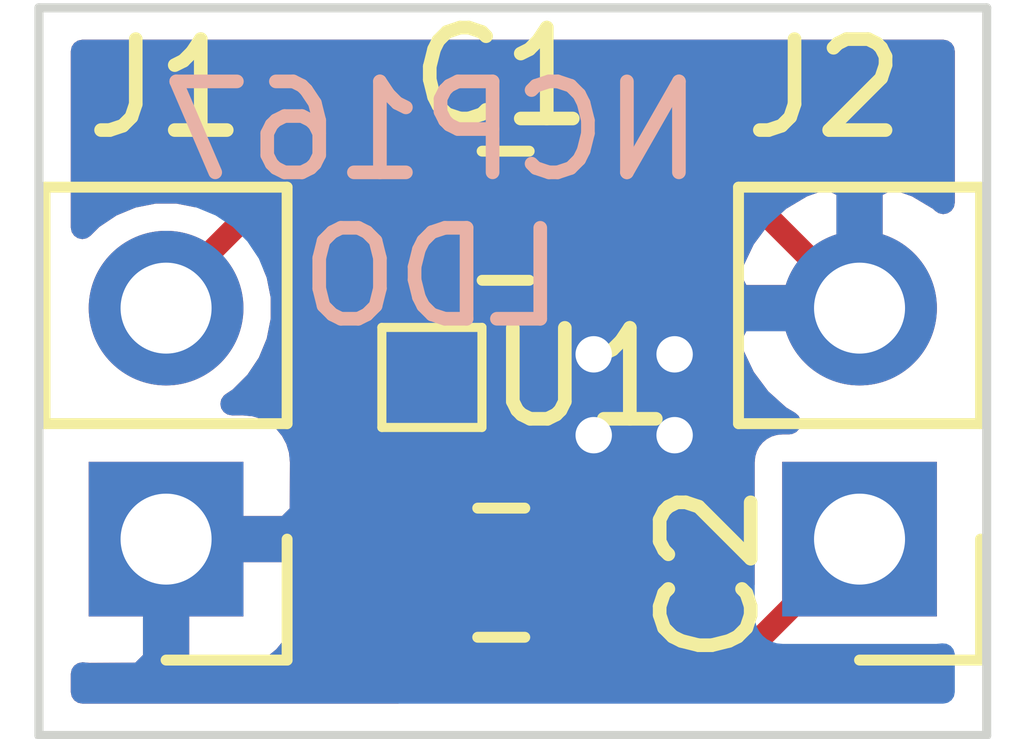
<source format=kicad_pcb>
(kicad_pcb (version 20171130) (host pcbnew 5.1.6+dfsg1-1)

  (general
    (thickness 1.6)
    (drawings 5)
    (tracks 24)
    (zones 0)
    (modules 5)
    (nets 4)
  )

  (page A4)
  (layers
    (0 F.Cu signal)
    (31 B.Cu signal)
    (32 B.Adhes user)
    (33 F.Adhes user)
    (34 B.Paste user)
    (35 F.Paste user)
    (36 B.SilkS user)
    (37 F.SilkS user)
    (38 B.Mask user)
    (39 F.Mask user)
    (40 Dwgs.User user)
    (41 Cmts.User user)
    (42 Eco1.User user)
    (43 Eco2.User user)
    (44 Edge.Cuts user)
    (45 Margin user)
    (46 B.CrtYd user)
    (47 F.CrtYd user)
    (48 B.Fab user)
    (49 F.Fab user hide)
  )

  (setup
    (last_trace_width 0.25)
    (trace_clearance 0.2)
    (zone_clearance 0.3)
    (zone_45_only no)
    (trace_min 0.2)
    (via_size 0.8)
    (via_drill 0.4)
    (via_min_size 0.4)
    (via_min_drill 0.3)
    (uvia_size 0.3)
    (uvia_drill 0.1)
    (uvias_allowed no)
    (uvia_min_size 0.2)
    (uvia_min_drill 0.1)
    (edge_width 0.05)
    (segment_width 0.2)
    (pcb_text_width 0.3)
    (pcb_text_size 1.5 1.5)
    (mod_edge_width 0.12)
    (mod_text_size 1 1)
    (mod_text_width 0.15)
    (pad_size 0.49 0.49)
    (pad_drill 0)
    (pad_to_mask_clearance 0.05)
    (aux_axis_origin 0 0)
    (visible_elements FFFFFF7F)
    (pcbplotparams
      (layerselection 0x010fc_ffffffff)
      (usegerberextensions false)
      (usegerberattributes true)
      (usegerberadvancedattributes true)
      (creategerberjobfile true)
      (excludeedgelayer true)
      (linewidth 0.100000)
      (plotframeref false)
      (viasonmask false)
      (mode 1)
      (useauxorigin false)
      (hpglpennumber 1)
      (hpglpenspeed 20)
      (hpglpendiameter 15.000000)
      (psnegative false)
      (psa4output false)
      (plotreference true)
      (plotvalue true)
      (plotinvisibletext false)
      (padsonsilk false)
      (subtractmaskfromsilk false)
      (outputformat 1)
      (mirror false)
      (drillshape 1)
      (scaleselection 1)
      (outputdirectory ""))
  )

  (net 0 "")
  (net 1 GND)
  (net 2 "Net-(C1-Pad1)")
  (net 3 "Net-(C2-Pad1)")

  (net_class Default "This is the default net class."
    (clearance 0.2)
    (trace_width 0.25)
    (via_dia 0.8)
    (via_drill 0.4)
    (uvia_dia 0.3)
    (uvia_drill 0.1)
    (add_net GND)
    (add_net "Net-(C1-Pad1)")
    (add_net "Net-(C2-Pad1)")
  )

  (module Capacitor_SMD:C_0805_2012Metric (layer F.Cu) (tedit 5B36C52B) (tstamp 5EE8100D)
    (at 133.5255 40.513)
    (descr "Capacitor SMD 0805 (2012 Metric), square (rectangular) end terminal, IPC_7351 nominal, (Body size source: https://docs.google.com/spreadsheets/d/1BsfQQcO9C6DZCsRaXUlFlo91Tg2WpOkGARC1WS5S8t0/edit?usp=sharing), generated with kicad-footprint-generator")
    (tags capacitor)
    (path /5F083F53)
    (attr smd)
    (fp_text reference C1 (at -0.0485 -1.524) (layer F.SilkS)
      (effects (font (size 1 1) (thickness 0.15)))
    )
    (fp_text value C (at 0 1.65) (layer F.Fab)
      (effects (font (size 1 1) (thickness 0.15)))
    )
    (fp_text user %R (at 0 0) (layer F.Fab)
      (effects (font (size 0.5 0.5) (thickness 0.08)))
    )
    (fp_line (start -1 0.6) (end -1 -0.6) (layer F.Fab) (width 0.1))
    (fp_line (start -1 -0.6) (end 1 -0.6) (layer F.Fab) (width 0.1))
    (fp_line (start 1 -0.6) (end 1 0.6) (layer F.Fab) (width 0.1))
    (fp_line (start 1 0.6) (end -1 0.6) (layer F.Fab) (width 0.1))
    (fp_line (start -0.258578 -0.71) (end 0.258578 -0.71) (layer F.SilkS) (width 0.12))
    (fp_line (start -0.258578 0.71) (end 0.258578 0.71) (layer F.SilkS) (width 0.12))
    (fp_line (start -1.68 0.95) (end -1.68 -0.95) (layer F.CrtYd) (width 0.05))
    (fp_line (start -1.68 -0.95) (end 1.68 -0.95) (layer F.CrtYd) (width 0.05))
    (fp_line (start 1.68 -0.95) (end 1.68 0.95) (layer F.CrtYd) (width 0.05))
    (fp_line (start 1.68 0.95) (end -1.68 0.95) (layer F.CrtYd) (width 0.05))
    (pad 2 smd roundrect (at 0.9375 0) (size 0.975 1.4) (layers F.Cu F.Paste F.Mask) (roundrect_rratio 0.25)
      (net 1 GND))
    (pad 1 smd roundrect (at -0.9375 0) (size 0.975 1.4) (layers F.Cu F.Paste F.Mask) (roundrect_rratio 0.25)
      (net 2 "Net-(C1-Pad1)"))
    (model ${KISYS3DMOD}/Capacitor_SMD.3dshapes/C_0805_2012Metric.wrl
      (at (xyz 0 0 0))
      (scale (xyz 1 1 1))
      (rotate (xyz 0 0 0))
    )
  )

  (module Capacitor_SMD:C_0805_2012Metric (layer F.Cu) (tedit 5B36C52B) (tstamp 5EE8101E)
    (at 133.477 44.438001)
    (descr "Capacitor SMD 0805 (2012 Metric), square (rectangular) end terminal, IPC_7351 nominal, (Body size source: https://docs.google.com/spreadsheets/d/1BsfQQcO9C6DZCsRaXUlFlo91Tg2WpOkGARC1WS5S8t0/edit?usp=sharing), generated with kicad-footprint-generator")
    (tags capacitor)
    (path /5F083B2F)
    (attr smd)
    (fp_text reference C2 (at 2.286 0.011999 90) (layer F.SilkS)
      (effects (font (size 1 1) (thickness 0.15)))
    )
    (fp_text value C (at 0 1.65) (layer F.Fab)
      (effects (font (size 1 1) (thickness 0.15)))
    )
    (fp_line (start 1.68 0.95) (end -1.68 0.95) (layer F.CrtYd) (width 0.05))
    (fp_line (start 1.68 -0.95) (end 1.68 0.95) (layer F.CrtYd) (width 0.05))
    (fp_line (start -1.68 -0.95) (end 1.68 -0.95) (layer F.CrtYd) (width 0.05))
    (fp_line (start -1.68 0.95) (end -1.68 -0.95) (layer F.CrtYd) (width 0.05))
    (fp_line (start -0.258578 0.71) (end 0.258578 0.71) (layer F.SilkS) (width 0.12))
    (fp_line (start -0.258578 -0.71) (end 0.258578 -0.71) (layer F.SilkS) (width 0.12))
    (fp_line (start 1 0.6) (end -1 0.6) (layer F.Fab) (width 0.1))
    (fp_line (start 1 -0.6) (end 1 0.6) (layer F.Fab) (width 0.1))
    (fp_line (start -1 -0.6) (end 1 -0.6) (layer F.Fab) (width 0.1))
    (fp_line (start -1 0.6) (end -1 -0.6) (layer F.Fab) (width 0.1))
    (fp_text user %R (at 0 0) (layer F.Fab)
      (effects (font (size 0.5 0.5) (thickness 0.08)))
    )
    (pad 1 smd roundrect (at -0.9375 0) (size 0.975 1.4) (layers F.Cu F.Paste F.Mask) (roundrect_rratio 0.25)
      (net 3 "Net-(C2-Pad1)"))
    (pad 2 smd roundrect (at 0.9375 0) (size 0.975 1.4) (layers F.Cu F.Paste F.Mask) (roundrect_rratio 0.25)
      (net 1 GND))
    (model ${KISYS3DMOD}/Capacitor_SMD.3dshapes/C_0805_2012Metric.wrl
      (at (xyz 0 0 0))
      (scale (xyz 1 1 1))
      (rotate (xyz 0 0 0))
    )
  )

  (module Connector_PinHeader_2.54mm:PinHeader_1x02_P2.54mm_Vertical (layer F.Cu) (tedit 59FED5CC) (tstamp 5EE81034)
    (at 129.794 44.069 180)
    (descr "Through hole straight pin header, 1x02, 2.54mm pitch, single row")
    (tags "Through hole pin header THT 1x02 2.54mm single row")
    (path /5F0841DC)
    (fp_text reference J1 (at 0 4.953) (layer F.SilkS)
      (effects (font (size 1 1) (thickness 0.15)))
    )
    (fp_text value Conn_01x02 (at 0 4.87) (layer F.Fab)
      (effects (font (size 1 1) (thickness 0.15)))
    )
    (fp_line (start 1.8 -1.8) (end -1.8 -1.8) (layer F.CrtYd) (width 0.05))
    (fp_line (start 1.8 4.35) (end 1.8 -1.8) (layer F.CrtYd) (width 0.05))
    (fp_line (start -1.8 4.35) (end 1.8 4.35) (layer F.CrtYd) (width 0.05))
    (fp_line (start -1.8 -1.8) (end -1.8 4.35) (layer F.CrtYd) (width 0.05))
    (fp_line (start -1.33 -1.33) (end 0 -1.33) (layer F.SilkS) (width 0.12))
    (fp_line (start -1.33 0) (end -1.33 -1.33) (layer F.SilkS) (width 0.12))
    (fp_line (start -1.33 1.27) (end 1.33 1.27) (layer F.SilkS) (width 0.12))
    (fp_line (start 1.33 1.27) (end 1.33 3.87) (layer F.SilkS) (width 0.12))
    (fp_line (start -1.33 1.27) (end -1.33 3.87) (layer F.SilkS) (width 0.12))
    (fp_line (start -1.33 3.87) (end 1.33 3.87) (layer F.SilkS) (width 0.12))
    (fp_line (start -1.27 -0.635) (end -0.635 -1.27) (layer F.Fab) (width 0.1))
    (fp_line (start -1.27 3.81) (end -1.27 -0.635) (layer F.Fab) (width 0.1))
    (fp_line (start 1.27 3.81) (end -1.27 3.81) (layer F.Fab) (width 0.1))
    (fp_line (start 1.27 -1.27) (end 1.27 3.81) (layer F.Fab) (width 0.1))
    (fp_line (start -0.635 -1.27) (end 1.27 -1.27) (layer F.Fab) (width 0.1))
    (fp_text user %R (at 0 1.27 90) (layer F.Fab)
      (effects (font (size 1 1) (thickness 0.15)))
    )
    (pad 1 thru_hole rect (at 0 0 180) (size 1.7 1.7) (drill 1) (layers *.Cu *.Mask)
      (net 1 GND))
    (pad 2 thru_hole oval (at 0 2.54 180) (size 1.7 1.7) (drill 1) (layers *.Cu *.Mask)
      (net 2 "Net-(C1-Pad1)"))
    (model ${KISYS3DMOD}/Connector_PinHeader_2.54mm.3dshapes/PinHeader_1x02_P2.54mm_Vertical.wrl
      (at (xyz 0 0 0))
      (scale (xyz 1 1 1))
      (rotate (xyz 0 0 0))
    )
  )

  (module Connector_PinHeader_2.54mm:PinHeader_1x02_P2.54mm_Vertical (layer F.Cu) (tedit 59FED5CC) (tstamp 5EE8104A)
    (at 137.414 44.069 180)
    (descr "Through hole straight pin header, 1x02, 2.54mm pitch, single row")
    (tags "Through hole pin header THT 1x02 2.54mm single row")
    (path /5F084A7E)
    (fp_text reference J2 (at 0.381 4.953) (layer F.SilkS)
      (effects (font (size 1 1) (thickness 0.15)))
    )
    (fp_text value Conn_01x02 (at 0 4.87) (layer F.Fab)
      (effects (font (size 1 1) (thickness 0.15)))
    )
    (fp_text user %R (at 0 1.27 90) (layer F.Fab)
      (effects (font (size 1 1) (thickness 0.15)))
    )
    (fp_line (start -0.635 -1.27) (end 1.27 -1.27) (layer F.Fab) (width 0.1))
    (fp_line (start 1.27 -1.27) (end 1.27 3.81) (layer F.Fab) (width 0.1))
    (fp_line (start 1.27 3.81) (end -1.27 3.81) (layer F.Fab) (width 0.1))
    (fp_line (start -1.27 3.81) (end -1.27 -0.635) (layer F.Fab) (width 0.1))
    (fp_line (start -1.27 -0.635) (end -0.635 -1.27) (layer F.Fab) (width 0.1))
    (fp_line (start -1.33 3.87) (end 1.33 3.87) (layer F.SilkS) (width 0.12))
    (fp_line (start -1.33 1.27) (end -1.33 3.87) (layer F.SilkS) (width 0.12))
    (fp_line (start 1.33 1.27) (end 1.33 3.87) (layer F.SilkS) (width 0.12))
    (fp_line (start -1.33 1.27) (end 1.33 1.27) (layer F.SilkS) (width 0.12))
    (fp_line (start -1.33 0) (end -1.33 -1.33) (layer F.SilkS) (width 0.12))
    (fp_line (start -1.33 -1.33) (end 0 -1.33) (layer F.SilkS) (width 0.12))
    (fp_line (start -1.8 -1.8) (end -1.8 4.35) (layer F.CrtYd) (width 0.05))
    (fp_line (start -1.8 4.35) (end 1.8 4.35) (layer F.CrtYd) (width 0.05))
    (fp_line (start 1.8 4.35) (end 1.8 -1.8) (layer F.CrtYd) (width 0.05))
    (fp_line (start 1.8 -1.8) (end -1.8 -1.8) (layer F.CrtYd) (width 0.05))
    (pad 2 thru_hole oval (at 0 2.54 180) (size 1.7 1.7) (drill 1) (layers *.Cu *.Mask)
      (net 1 GND))
    (pad 1 thru_hole rect (at 0 0 180) (size 1.7 1.7) (drill 1) (layers *.Cu *.Mask)
      (net 3 "Net-(C2-Pad1)"))
    (model ${KISYS3DMOD}/Connector_PinHeader_2.54mm.3dshapes/PinHeader_1x02_P2.54mm_Vertical.wrl
      (at (xyz 0 0 0))
      (scale (xyz 1 1 1))
      (rotate (xyz 0 0 0))
    )
  )

  (module KiCAD:4-XFDN (layer F.Cu) (tedit 5EE7D460) (tstamp 5EE81057)
    (at 132.715 42.291)
    (path /5F08386F)
    (fp_text reference U1 (at 1.651 0) (layer F.SilkS)
      (effects (font (size 1 1) (thickness 0.15)))
    )
    (fp_text value NCP167 (at 0 -1.5) (layer F.Fab)
      (effects (font (size 1 1) (thickness 0.15)))
    )
    (fp_line (start -0.55 -0.55) (end 0.55 -0.55) (layer F.SilkS) (width 0.1))
    (fp_line (start 0.55 -0.55) (end 0.55 0.55) (layer F.SilkS) (width 0.1))
    (fp_line (start 0.55 0.55) (end -0.55 0.55) (layer F.SilkS) (width 0.1))
    (fp_line (start -0.55 0.55) (end -0.55 -0.55) (layer F.SilkS) (width 0.1))
    (pad 4 smd custom (at -0.325 -0.4) (size 0.1 0.1) (layers F.Cu F.Paste F.Mask)
      (net 2 "Net-(C1-Pad1)") (solder_mask_margin 0.058) (clearance 0.12) (zone_connect 0)
      (options (clearance outline) (anchor rect))
      (primitives
        (gr_poly (pts
           (xy -0.13 -0.195) (xy -0.13 0.195) (xy -0.02 0.195) (xy 0.13 0.055) (xy 0.13 -0.195)
) (width 0))
      ))
    (pad 1 smd custom (at -0.325 0.4) (size 0.1 0.1) (layers F.Cu F.Paste F.Mask)
      (net 3 "Net-(C2-Pad1)") (solder_mask_margin 0.0508) (clearance 0.12) (zone_connect 0)
      (options (clearance outline) (anchor rect))
      (primitives
        (gr_poly (pts
           (xy -0.13 0.195) (xy -0.13 -0.195) (xy -0.02 -0.195) (xy 0.13 -0.055) (xy 0.13 0.195)
) (width 0))
      ))
    (pad 3 smd custom (at 0.325 -0.4 180) (size 0.1 0.1) (layers F.Cu F.Paste F.Mask)
      (net 2 "Net-(C1-Pad1)") (solder_mask_margin 0.0508) (clearance 0.12) (zone_connect 0)
      (options (clearance outline) (anchor rect))
      (primitives
        (gr_poly (pts
           (xy -0.13 0.195) (xy -0.13 -0.195) (xy -0.02 -0.195) (xy 0.13 -0.055) (xy 0.13 0.195)
) (width 0))
      ))
    (pad 2 smd custom (at 0.325 0.4 180) (size 0.1 0.1) (layers F.Cu F.Paste F.Mask)
      (net 1 GND) (solder_mask_margin 0.0508) (clearance 0.12) (zone_connect 0)
      (options (clearance outline) (anchor rect))
      (primitives
        (gr_poly (pts
           (xy -0.13 -0.195) (xy -0.13 0.195) (xy -0.02 0.195) (xy 0.13 0.055) (xy 0.13 -0.195)
) (width 0))
      ))
    (pad 2 smd rect (at 0 0 45) (size 0.49 0.49) (layers F.Cu F.Paste F.Mask)
      (net 1 GND) (solder_mask_margin 0.0508) (clearance 0.12) (zone_connect 0))
  )

  (gr_text "NCP167\nLDO\n" (at 132.715 40.386) (layer B.SilkS)
    (effects (font (size 1 1) (thickness 0.15)) (justify mirror))
  )
  (gr_line (start 138.811 38.227) (end 138.811 46.228) (layer Edge.Cuts) (width 0.1) (tstamp 5EE815E8))
  (gr_line (start 128.397 38.227) (end 138.811 38.227) (layer Edge.Cuts) (width 0.1))
  (gr_line (start 128.397 46.228) (end 128.397 38.227) (layer Edge.Cuts) (width 0.1))
  (gr_line (start 138.811 46.228) (end 128.397 46.228) (layer Edge.Cuts) (width 0.1))

  (segment (start 132.715 42.366) (end 133.04 42.691) (width 0.25) (layer F.Cu) (net 1))
  (segment (start 132.715 42.291) (end 132.715 42.366) (width 0.25) (layer F.Cu) (net 1))
  (segment (start 133.04 43.063501) (end 134.4145 44.438001) (width 0.25) (layer F.Cu) (net 1))
  (segment (start 133.04 42.691) (end 133.04 43.063501) (width 0.25) (layer F.Cu) (net 1))
  (segment (start 136.398 40.513) (end 137.414 41.529) (width 0.25) (layer F.Cu) (net 1))
  (segment (start 134.463 40.513) (end 136.398 40.513) (width 0.25) (layer F.Cu) (net 1))
  (via (at 135.382 42.037) (size 0.8) (drill 0.4) (layers F.Cu B.Cu) (net 1))
  (via (at 135.382 42.926) (size 0.8) (drill 0.4) (layers F.Cu B.Cu) (net 1))
  (via (at 134.493 42.926) (size 0.8) (drill 0.4) (layers F.Cu B.Cu) (net 1))
  (via (at 134.493 42.037) (size 0.8) (drill 0.4) (layers F.Cu B.Cu) (net 1))
  (segment (start 132.588 41.590668) (end 132.338834 41.839834) (width 0.25) (layer F.Cu) (net 2))
  (segment (start 132.588 40.513) (end 132.588 41.590668) (width 0.25) (layer F.Cu) (net 2))
  (segment (start 132.588 41.336668) (end 133.091166 41.839834) (width 0.25) (layer F.Cu) (net 2))
  (segment (start 132.588 40.513) (end 132.588 41.336668) (width 0.25) (layer F.Cu) (net 2))
  (segment (start 130.683 40.513) (end 129.667 41.529) (width 0.25) (layer F.Cu) (net 2))
  (segment (start 132.588 40.513) (end 130.683 40.513) (width 0.25) (layer F.Cu) (net 2))
  (segment (start 132.5395 44.438001) (end 132.5395 43.6395) (width 0.25) (layer F.Cu) (net 3))
  (segment (start 132.39 42.793332) (end 132.338834 42.742166) (width 0.25) (layer F.Cu) (net 3))
  (segment (start 132.5395 43.6395) (end 132.39 43.49) (width 0.25) (layer F.Cu) (net 3))
  (segment (start 132.39 43.49) (end 132.39 42.793332) (width 0.25) (layer F.Cu) (net 3))
  (segment (start 132.5395 44.438001) (end 132.5395 45.1635) (width 0.25) (layer F.Cu) (net 3))
  (segment (start 132.5395 45.1635) (end 133.096 45.72) (width 0.25) (layer F.Cu) (net 3))
  (segment (start 135.763 45.72) (end 137.414 44.069) (width 0.25) (layer F.Cu) (net 3))
  (segment (start 133.096 45.72) (end 135.763 45.72) (width 0.25) (layer F.Cu) (net 3))

  (zone (net 1) (net_name GND) (layer F.Cu) (tstamp 0) (hatch edge 0.508)
    (connect_pads (clearance 0.3))
    (min_thickness 0.254)
    (fill yes (arc_segments 32) (thermal_gap 0.508) (thermal_bridge_width 0.508))
    (polygon
      (pts
        (xy 138.684 46.101) (xy 128.524 46.101) (xy 128.524 38.354) (xy 138.684 38.354)
      )
    )
    (filled_polygon
      (pts
        (xy 131.684362 41.10051) (xy 131.722649 41.226726) (xy 131.784824 41.343047) (xy 131.868497 41.445003) (xy 131.897339 41.468673)
        (xy 131.863595 41.531804) (xy 131.845248 41.592284) (xy 131.826386 41.627572) (xy 131.794823 41.731624) (xy 131.784164 41.839834)
        (xy 131.794823 41.948044) (xy 131.808215 41.992193) (xy 131.779016 42.04682) (xy 131.742706 42.166518) (xy 131.730446 42.291)
        (xy 131.742706 42.415482) (xy 131.779016 42.53518) (xy 131.808215 42.589807) (xy 131.794823 42.633956) (xy 131.784164 42.742166)
        (xy 131.794823 42.850376) (xy 131.826386 42.954428) (xy 131.838 42.976156) (xy 131.838 43.462894) (xy 131.83533 43.49)
        (xy 131.835641 43.493159) (xy 131.819997 43.505998) (xy 131.736324 43.607954) (xy 131.674149 43.724275) (xy 131.635862 43.850491)
        (xy 131.622934 43.981751) (xy 131.622934 44.894251) (xy 131.635862 45.025511) (xy 131.674149 45.151727) (xy 131.736324 45.268048)
        (xy 131.819997 45.370004) (xy 131.921953 45.453677) (xy 132.038274 45.515852) (xy 132.139871 45.546671) (xy 132.14729 45.555711)
        (xy 132.168351 45.572995) (xy 132.346355 45.751) (xy 128.874 45.751) (xy 128.874 45.550178) (xy 128.944 45.557072)
        (xy 129.50825 45.554) (xy 129.667 45.39525) (xy 129.667 44.196) (xy 129.921 44.196) (xy 129.921 45.39525)
        (xy 130.07975 45.554) (xy 130.644 45.557072) (xy 130.768482 45.544812) (xy 130.88818 45.508502) (xy 130.998494 45.449537)
        (xy 131.095185 45.370185) (xy 131.174537 45.273494) (xy 131.233502 45.16318) (xy 131.269812 45.043482) (xy 131.282072 44.919)
        (xy 131.279 44.35475) (xy 131.12025 44.196) (xy 129.921 44.196) (xy 129.667 44.196) (xy 129.647 44.196)
        (xy 129.647 43.942) (xy 129.667 43.942) (xy 129.667 43.922) (xy 129.921 43.922) (xy 129.921 43.942)
        (xy 131.12025 43.942) (xy 131.279 43.78325) (xy 131.282072 43.219) (xy 131.269812 43.094518) (xy 131.233502 42.97482)
        (xy 131.174537 42.864506) (xy 131.095185 42.767815) (xy 130.998494 42.688463) (xy 130.88818 42.629498) (xy 130.768482 42.593188)
        (xy 130.644 42.580928) (xy 130.517185 42.581618) (xy 130.60804 42.520911) (xy 130.785911 42.34304) (xy 130.925663 42.133886)
        (xy 131.021926 41.901487) (xy 131.071 41.654774) (xy 131.071 41.403226) (xy 131.021926 41.156513) (xy 130.98402 41.065)
        (xy 131.680865 41.065)
      )
    )
    (filled_polygon
      (pts
        (xy 138.334 40.368656) (xy 138.295355 40.333822) (xy 138.045252 40.184843) (xy 137.770891 40.087519) (xy 137.541 40.208186)
        (xy 137.541 41.402) (xy 137.561 41.402) (xy 137.561 41.656) (xy 137.541 41.656) (xy 137.541 41.676)
        (xy 137.287 41.676) (xy 137.287 41.656) (xy 136.093845 41.656) (xy 135.972524 41.88589) (xy 136.017175 42.033099)
        (xy 136.142359 42.29592) (xy 136.316412 42.529269) (xy 136.532645 42.724178) (xy 136.643035 42.789934) (xy 136.564 42.789934)
        (xy 136.480293 42.798178) (xy 136.399804 42.822595) (xy 136.325624 42.862245) (xy 136.260605 42.915605) (xy 136.207245 42.980624)
        (xy 136.167595 43.054804) (xy 136.143178 43.135293) (xy 136.134934 43.219) (xy 136.134934 44.567421) (xy 135.537419 45.164937)
        (xy 135.540072 45.138001) (xy 135.537 44.723751) (xy 135.37825 44.565001) (xy 134.5415 44.565001) (xy 134.5415 44.585001)
        (xy 134.2875 44.585001) (xy 134.2875 44.565001) (xy 134.2675 44.565001) (xy 134.2675 44.311001) (xy 134.2875 44.311001)
        (xy 134.2875 43.261751) (xy 134.5415 43.261751) (xy 134.5415 44.311001) (xy 135.37825 44.311001) (xy 135.537 44.152251)
        (xy 135.540072 43.738001) (xy 135.527812 43.613519) (xy 135.491502 43.493821) (xy 135.432537 43.383507) (xy 135.353185 43.286816)
        (xy 135.256494 43.207464) (xy 135.14618 43.148499) (xy 135.026482 43.112189) (xy 134.902 43.099929) (xy 134.70025 43.103001)
        (xy 134.5415 43.261751) (xy 134.2875 43.261751) (xy 134.12875 43.103001) (xy 133.927 43.099929) (xy 133.802518 43.112189)
        (xy 133.761153 43.124737) (xy 133.795812 43.010482) (xy 133.808072 42.886) (xy 133.808072 42.496) (xy 133.795812 42.371518)
        (xy 133.759502 42.25182) (xy 133.700537 42.141506) (xy 133.667492 42.101241) (xy 133.650984 42.04682) (xy 133.621785 41.992193)
        (xy 133.635177 41.948044) (xy 133.645835 41.839833) (xy 133.637203 41.752195) (xy 133.73132 41.802502) (xy 133.851018 41.838812)
        (xy 133.9755 41.851072) (xy 134.17725 41.848) (xy 134.336 41.68925) (xy 134.336 40.64) (xy 134.59 40.64)
        (xy 134.59 41.68925) (xy 134.74875 41.848) (xy 134.9505 41.851072) (xy 135.074982 41.838812) (xy 135.19468 41.802502)
        (xy 135.304994 41.743537) (xy 135.401685 41.664185) (xy 135.481037 41.567494) (xy 135.540002 41.45718) (xy 135.576312 41.337482)
        (xy 135.588572 41.213) (xy 135.588269 41.17211) (xy 135.972524 41.17211) (xy 136.093845 41.402) (xy 137.287 41.402)
        (xy 137.287 40.208186) (xy 137.057109 40.087519) (xy 136.782748 40.184843) (xy 136.532645 40.333822) (xy 136.316412 40.528731)
        (xy 136.142359 40.76208) (xy 136.017175 41.024901) (xy 135.972524 41.17211) (xy 135.588269 41.17211) (xy 135.5855 40.79875)
        (xy 135.42675 40.64) (xy 134.59 40.64) (xy 134.336 40.64) (xy 134.316 40.64) (xy 134.316 40.386)
        (xy 134.336 40.386) (xy 134.336 39.33675) (xy 134.59 39.33675) (xy 134.59 40.386) (xy 135.42675 40.386)
        (xy 135.5855 40.22725) (xy 135.588572 39.813) (xy 135.576312 39.688518) (xy 135.540002 39.56882) (xy 135.481037 39.458506)
        (xy 135.401685 39.361815) (xy 135.304994 39.282463) (xy 135.19468 39.223498) (xy 135.074982 39.187188) (xy 134.9505 39.174928)
        (xy 134.74875 39.178) (xy 134.59 39.33675) (xy 134.336 39.33675) (xy 134.17725 39.178) (xy 133.9755 39.174928)
        (xy 133.851018 39.187188) (xy 133.73132 39.223498) (xy 133.621006 39.282463) (xy 133.524315 39.361815) (xy 133.444963 39.458506)
        (xy 133.385998 39.56882) (xy 133.362117 39.647545) (xy 133.307503 39.580997) (xy 133.205547 39.497324) (xy 133.089226 39.435149)
        (xy 132.96301 39.396862) (xy 132.83175 39.383934) (xy 132.34425 39.383934) (xy 132.21299 39.396862) (xy 132.086774 39.435149)
        (xy 131.970453 39.497324) (xy 131.868497 39.580997) (xy 131.784824 39.682953) (xy 131.722649 39.799274) (xy 131.684362 39.92549)
        (xy 131.680865 39.961) (xy 130.710106 39.961) (xy 130.683 39.95833) (xy 130.655894 39.961) (xy 130.655891 39.961)
        (xy 130.574789 39.968988) (xy 130.470737 40.000552) (xy 130.374842 40.051809) (xy 130.290789 40.120789) (xy 130.273504 40.141851)
        (xy 130.122943 40.292413) (xy 129.919774 40.252) (xy 129.668226 40.252) (xy 129.421513 40.301074) (xy 129.189114 40.397337)
        (xy 128.97996 40.537089) (xy 128.874 40.643049) (xy 128.874 38.704) (xy 138.334 38.704)
      )
    )
  )
  (zone (net 1) (net_name GND) (layer B.Cu) (tstamp 5EE81681) (hatch edge 0.508)
    (connect_pads (clearance 0.3))
    (min_thickness 0.254)
    (fill yes (arc_segments 32) (thermal_gap 0.508) (thermal_bridge_width 0.508))
    (polygon
      (pts
        (xy 138.684 38.354) (xy 128.524 38.354) (xy 128.524 46.101) (xy 138.684 46.101)
      )
    )
    (filled_polygon
      (pts
        (xy 138.334 40.368656) (xy 138.295355 40.333822) (xy 138.045252 40.184843) (xy 137.770891 40.087519) (xy 137.541 40.208186)
        (xy 137.541 41.402) (xy 137.561 41.402) (xy 137.561 41.656) (xy 137.541 41.656) (xy 137.541 41.676)
        (xy 137.287 41.676) (xy 137.287 41.656) (xy 136.093845 41.656) (xy 135.972524 41.88589) (xy 136.017175 42.033099)
        (xy 136.142359 42.29592) (xy 136.316412 42.529269) (xy 136.532645 42.724178) (xy 136.643035 42.789934) (xy 136.564 42.789934)
        (xy 136.480293 42.798178) (xy 136.399804 42.822595) (xy 136.325624 42.862245) (xy 136.260605 42.915605) (xy 136.207245 42.980624)
        (xy 136.167595 43.054804) (xy 136.143178 43.135293) (xy 136.134934 43.219) (xy 136.134934 44.919) (xy 136.143178 45.002707)
        (xy 136.167595 45.083196) (xy 136.207245 45.157376) (xy 136.260605 45.222395) (xy 136.325624 45.275755) (xy 136.399804 45.315405)
        (xy 136.480293 45.339822) (xy 136.564 45.348066) (xy 138.264 45.348066) (xy 138.334001 45.341172) (xy 138.334001 45.751)
        (xy 128.874 45.751) (xy 128.874 45.550178) (xy 128.944 45.557072) (xy 129.50825 45.554) (xy 129.667 45.39525)
        (xy 129.667 44.196) (xy 129.921 44.196) (xy 129.921 45.39525) (xy 130.07975 45.554) (xy 130.644 45.557072)
        (xy 130.768482 45.544812) (xy 130.88818 45.508502) (xy 130.998494 45.449537) (xy 131.095185 45.370185) (xy 131.174537 45.273494)
        (xy 131.233502 45.16318) (xy 131.269812 45.043482) (xy 131.282072 44.919) (xy 131.279 44.35475) (xy 131.12025 44.196)
        (xy 129.921 44.196) (xy 129.667 44.196) (xy 129.647 44.196) (xy 129.647 43.942) (xy 129.667 43.942)
        (xy 129.667 43.922) (xy 129.921 43.922) (xy 129.921 43.942) (xy 131.12025 43.942) (xy 131.279 43.78325)
        (xy 131.282072 43.219) (xy 131.269812 43.094518) (xy 131.233502 42.97482) (xy 131.174537 42.864506) (xy 131.095185 42.767815)
        (xy 130.998494 42.688463) (xy 130.88818 42.629498) (xy 130.768482 42.593188) (xy 130.644 42.580928) (xy 130.517185 42.581618)
        (xy 130.60804 42.520911) (xy 130.785911 42.34304) (xy 130.925663 42.133886) (xy 131.021926 41.901487) (xy 131.071 41.654774)
        (xy 131.071 41.403226) (xy 131.025029 41.17211) (xy 135.972524 41.17211) (xy 136.093845 41.402) (xy 137.287 41.402)
        (xy 137.287 40.208186) (xy 137.057109 40.087519) (xy 136.782748 40.184843) (xy 136.532645 40.333822) (xy 136.316412 40.528731)
        (xy 136.142359 40.76208) (xy 136.017175 41.024901) (xy 135.972524 41.17211) (xy 131.025029 41.17211) (xy 131.021926 41.156513)
        (xy 130.925663 40.924114) (xy 130.785911 40.71496) (xy 130.60804 40.537089) (xy 130.398886 40.397337) (xy 130.166487 40.301074)
        (xy 129.919774 40.252) (xy 129.668226 40.252) (xy 129.421513 40.301074) (xy 129.189114 40.397337) (xy 128.97996 40.537089)
        (xy 128.874 40.643049) (xy 128.874 38.704) (xy 138.334 38.704)
      )
    )
  )
)

</source>
